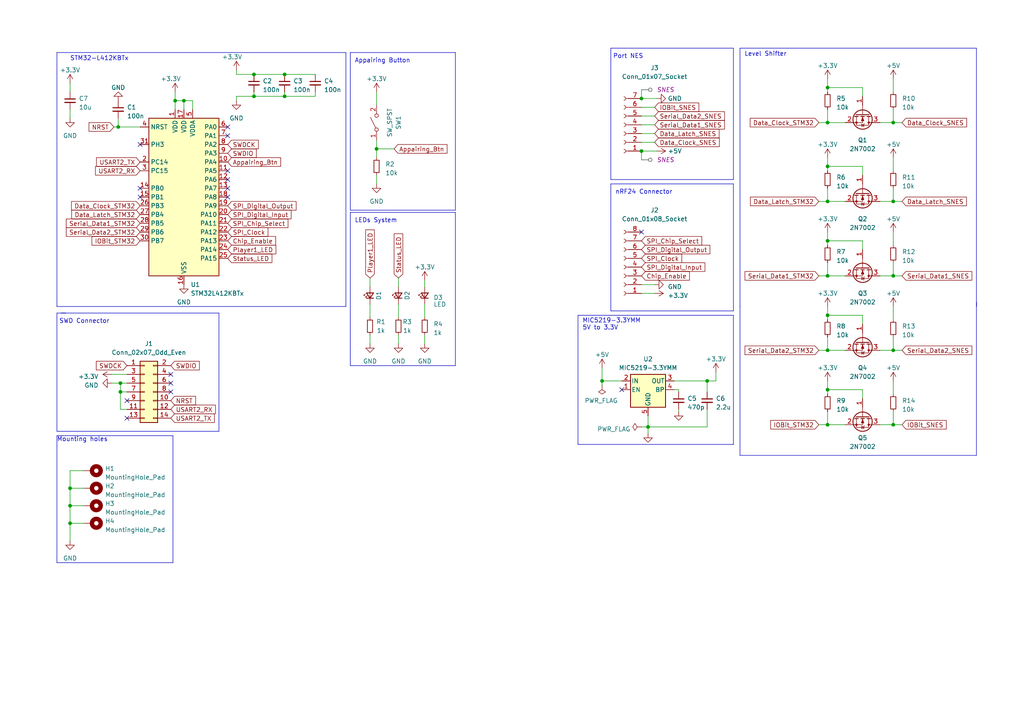
<source format=kicad_sch>
(kicad_sch (version 20230121) (generator eeschema)
  (paper "A4")
  (title_block (title "SNES Wireless Receiver (NRF24L01 Exclude)") (date "2023-04-20") (rev "2.1b") (company "ENSEA"))
  (lib_symbols
    (symbol "Connector:Conn_01x07_Socket" (pin_names (offset 1.016) hide)
      (property "Reference" "J" (at 0 10.16 0))
      (property "Value" "Conn_01x07_Socket" (at 0 -10.16 0))
      (symbol "Conn_01x07_Socket_1_1"
        (arc (start 0 -7.112) (mid -0.5058 -7.62) (end 0 -8.128) (stroke (width 0.1524)))
        (arc (start 0 -4.572) (mid -0.5058 -5.08) (end 0 -5.588) (stroke (width 0.1524)))
        (arc (start 0 -2.032) (mid -0.5058 -2.54) (end 0 -3.048) (stroke (width 0.1524)))
        (polyline (pts (xy -1.27 -7.62) (xy -0.508 -7.62)) (stroke (width 0.1524)))
        (polyline (pts (xy -1.27 -5.08) (xy -0.508 -5.08)) (stroke (width 0.1524)))
        (polyline (pts (xy -1.27 -2.54) (xy -0.508 -2.54)) (stroke (width 0.1524)))
        (polyline (pts (xy -1.27 0) (xy -0.508 0)) (stroke (width 0.1524)))
        (polyline (pts (xy -1.27 2.54) (xy -0.508 2.54)) (stroke (width 0.1524)))
        (polyline (pts (xy -1.27 5.08) (xy -0.508 5.08)) (stroke (width 0.1524)))
        (polyline (pts (xy -1.27 7.62) (xy -0.508 7.62)) (stroke (width 0.1524)))
        (arc (start 0 0.508) (mid -0.5058 0) (end 0 -0.508) (stroke (width 0.1524)))
        (arc (start 0 3.048) (mid -0.5058 2.54) (end 0 2.032) (stroke (width 0.1524)))
        (arc (start 0 5.588) (mid -0.5058 5.08) (end 0 4.572) (stroke (width 0.1524)))
        (arc (start 0 8.128) (mid -0.5058 7.62) (end 0 7.112) (stroke (width 0.1524)))
        (pin passive line (at -5.08 7.62 0) (length 3.81) (name "Pin_1") (number "1"))
        (pin passive line (at -5.08 5.08 0) (length 3.81) (name "Pin_2") (number "2"))
        (pin passive line (at -5.08 2.54 0) (length 3.81) (name "Pin_3") (number "3"))
        (pin passive line (at -5.08 0 0) (length 3.81) (name "Pin_4") (number "4"))
        (pin passive line (at -5.08 -2.54 0) (length 3.81) (name "Pin_5") (number "5"))
        (pin passive line (at -5.08 -5.08 0) (length 3.81) (name "Pin_6") (number "6"))
        (pin passive line (at -5.08 -7.62 0) (length 3.81) (name "Pin_7") (number "7"))
      )
    )
    (symbol "Connector:Conn_01x08_Socket" (pin_names (offset 1.016) hide)
      (property "Reference" "J" (at 0 10.16 0))
      (property "Value" "Conn_01x08_Socket" (at 0 -12.7 0))
      (symbol "Conn_01x08_Socket_1_1"
        (arc (start 0 -9.652) (mid -0.5058 -10.16) (end 0 -10.668) (stroke (width 0.1524)))
        (arc (start 0 -7.112) (mid -0.5058 -7.62) (end 0 -8.128) (stroke (width 0.1524)))
        (arc (start 0 -4.572) (mid -0.5058 -5.08) (end 0 -5.588) (stroke (width 0.1524)))
        (arc (start 0 -2.032) (mid -0.5058 -2.54) (end 0 -3.048) (stroke (width 0.1524)))
        (polyline (pts (xy -1.27 -10.16) (xy -0.508 -10.16)) (stroke (width 0.1524)))
        (polyline (pts (xy -1.27 -7.62) (xy -0.508 -7.62)) (stroke (width 0.1524)))
        (polyline (pts (xy -1.27 -5.08) (xy -0.508 -5.08)) (stroke (width 0.1524)))
        (polyline (pts (xy -1.27 -2.54) (xy -0.508 -2.54)) (stroke (width 0.1524)))
        (polyline (pts (xy -1.27 0) (xy -0.508 0)) (stroke (width 0.1524)))
        (polyline (pts (xy -1.27 2.54) (xy -0.508 2.54)) (stroke (width 0.1524)))
        (polyline (pts (xy -1.27 5.08) (xy -0.508 5.08)) (stroke (width 0.1524)))
        (polyline (pts (xy -1.27 7.62) (xy -0.508 7.62)) (stroke (width 0.1524)))
        (arc (start 0 0.508) (mid -0.5058 0) (end 0 -0.508) (stroke (width 0.1524)))
        (arc (start 0 3.048) (mid -0.5058 2.54) (end 0 2.032) (stroke (width 0.1524)))
        (arc (start 0 5.588) (mid -0.5058 5.08) (end 0 4.572) (stroke (width 0.1524)))
        (arc (start 0 8.128) (mid -0.5058 7.62) (end 0 7.112) (stroke (width 0.1524)))
        (pin passive line (at -5.08 7.62 0) (length 3.81) (name "Pin_1") (number "1"))
        (pin passive line (at -5.08 5.08 0) (length 3.81) (name "Pin_2") (number "2"))
        (pin passive line (at -5.08 2.54 0) (length 3.81) (name "Pin_3") (number "3"))
        (pin passive line (at -5.08 0 0) (length 3.81) (name "Pin_4") (number "4"))
        (pin passive line (at -5.08 -2.54 0) (length 3.81) (name "Pin_5") (number "5"))
        (pin passive line (at -5.08 -5.08 0) (length 3.81) (name "Pin_6") (number "6"))
        (pin passive line (at -5.08 -7.62 0) (length 3.81) (name "Pin_7") (number "7"))
        (pin passive line (at -5.08 -10.16 0) (length 3.81) (name "Pin_8") (number "8"))
      )
    )
    (symbol "Connector_Generic:Conn_02x07_Odd_Even" (pin_names (offset 1.016) hide)
      (property "Reference" "J" (at 1.27 10.16 0))
      (property "Value" "Conn_02x07_Odd_Even" (at 1.27 -10.16 0))
      (symbol "Conn_02x07_Odd_Even_1_1"
        (rectangle (start -1.27 -7.493) (end 0 -7.747) (stroke (width 0.1524)))
        (rectangle (start -1.27 -4.953) (end 0 -5.207) (stroke (width 0.1524)))
        (rectangle (start -1.27 -2.413) (end 0 -2.667) (stroke (width 0.1524)))
        (rectangle (start -1.27 0.127) (end 0 -0.127) (stroke (width 0.1524)))
        (rectangle (start -1.27 2.667) (end 0 2.413) (stroke (width 0.1524)))
        (rectangle (start -1.27 5.207) (end 0 4.953) (stroke (width 0.1524)))
        (rectangle (start -1.27 7.747) (end 0 7.493) (stroke (width 0.1524)))
        (rectangle (start -1.27 8.89) (end 3.81 -8.89) (stroke (width 0.254)) (fill (type background)))
        (rectangle (start 3.81 -7.493) (end 2.54 -7.747) (stroke (width 0.1524)))
        (rectangle (start 3.81 -4.953) (end 2.54 -5.207) (stroke (width 0.1524)))
        (rectangle (start 3.81 -2.413) (end 2.54 -2.667) (stroke (width 0.1524)))
        (rectangle (start 3.81 0.127) (end 2.54 -0.127) (stroke (width 0.1524)))
        (rectangle (start 3.81 2.667) (end 2.54 2.413) (stroke (width 0.1524)))
        (rectangle (start 3.81 5.207) (end 2.54 4.953) (stroke (width 0.1524)))
        (rectangle (start 3.81 7.747) (end 2.54 7.493) (stroke (width 0.1524)))
        (pin passive line (at -5.08 7.62 0) (length 3.81) (name "Pin_1") (number "1"))
        (pin passive line (at 7.62 -2.54 180) (length 3.81) (name "Pin_10") (number "10"))
        (pin passive line (at -5.08 -5.08 0) (length 3.81) (name "Pin_11") (number "11"))
        (pin passive line (at 7.62 -5.08 180) (length 3.81) (name "Pin_12") (number "12"))
        (pin passive line (at -5.08 -7.62 0) (length 3.81) (name "Pin_13") (number "13"))
        (pin passive line (at 7.62 -7.62 180) (length 3.81) (name "Pin_14") (number "14"))
        (pin passive line (at 7.62 7.62 180) (length 3.81) (name "Pin_2") (number "2"))
        (pin passive line (at -5.08 5.08 0) (length 3.81) (name "Pin_3") (number "3"))
        (pin passive line (at 7.62 5.08 180) (length 3.81) (name "Pin_4") (number "4"))
        (pin passive line (at -5.08 2.54 0) (length 3.81) (name "Pin_5") (number "5"))
        (pin passive line (at 7.62 2.54 180) (length 3.81) (name "Pin_6") (number "6"))
        (pin passive line (at -5.08 0 0) (length 3.81) (name "Pin_7") (number "7"))
        (pin passive line (at 7.62 0 180) (length 3.81) (name "Pin_8") (number "8"))
        (pin passive line (at -5.08 -2.54 0) (length 3.81) (name "Pin_9") (number "9"))
      )
    )
    (symbol "Device:C_Small" (pin_numbers hide) (pin_names (offset 0.254) hide)
      (property "Reference" "C" (at 0.254 1.778 0))
      (property "Value" "C_Small" (at 0.254 -2.032 0))
      (symbol "C_Small_0_1"
        (polyline (pts (xy -1.524 -0.508) (xy 1.524 -0.508)) (stroke (width 0.3302)))
        (polyline (pts (xy -1.524 0.508) (xy 1.524 0.508)) (stroke (width 0.3048)))
      )
      (symbol "C_Small_1_1"
        (pin passive line (at 0 2.54 270) (length 2.032) (name "~") (number "1"))
        (pin passive line (at 0 -2.54 90) (length 2.032) (name "~") (number "2"))
      )
    )
    (symbol "Device:LED_Small" (pin_numbers hide) (pin_names (offset 0.254) hide)
      (property "Reference" "D" (at -1.27 3.175 0))
      (property "Value" "LED_Small" (at -4.445 -2.54 0))
      (symbol "LED_Small_0_1"
        (polyline (pts (xy -0.762 -1.016) (xy -0.762 1.016)) (stroke (width 0.254)))
        (polyline (pts (xy 1.016 0) (xy -0.762 0)))
        (polyline (pts (xy 0.762 -1.016) (xy -0.762 0) (xy 0.762 1.016) (xy 0.762 -1.016)) (stroke (width 0.254)))
        (polyline (pts (xy 0 0.762) (xy -0.508 1.27) (xy -0.254 1.27) (xy -0.508 1.27) (xy -0.508 1.016)))
        (polyline (pts (xy 0.508 1.27) (xy 0 1.778) (xy 0.254 1.778) (xy 0 1.778) (xy 0 1.524)))
      )
      (symbol "LED_Small_1_1"
        (pin passive line (at -2.54 0 0) (length 1.778) (name "K") (number "1"))
        (pin passive line (at 2.54 0 180) (length 1.778) (name "A") (number "2"))
      )
    )
    (symbol "Device:R_Small" (pin_numbers hide) (pin_names (offset 0.254) hide)
      (property "Reference" "R" (at 0.762 0.508 0))
      (property "Value" "R_Small" (at 0.762 -1.016 0))
      (symbol "R_Small_0_1"
        (rectangle (start -0.762 1.778) (end 0.762 -1.778) (stroke (width 0.2032)))
      )
      (symbol "R_Small_1_1"
        (pin passive line (at 0 2.54 270) (length 0.762) (name "~") (number "1"))
        (pin passive line (at 0 -2.54 90) (length 0.762) (name "~") (number "2"))
      )
    )
    (symbol "MCU_ST_STM32L4:STM32L412KBTx"
      (property "Reference" "U" (at -10.16 24.13 0))
      (property "Value" "STM32L412KBTx" (at 5.08 24.13 0))
      (symbol "STM32L412KBTx_0_1"
        (rectangle (start -10.16 -22.86) (end 10.16 22.86) (stroke (width 0.254)) (fill (type background)))
      )
      (symbol "STM32L412KBTx_1_1"
        (pin power_in line (at -2.54 25.4 270) (length 2.54) (name "VDD") (number "1"))
        (pin bidirectional line (at 12.7 10.16 180) (length 2.54) (name "PA4") (number "10"))
        (pin bidirectional line (at 12.7 7.62 180) (length 2.54) (name "PA5") (number "11"))
        (pin bidirectional line (at 12.7 5.08 180) (length 2.54) (name "PA6") (number "12"))
        (pin bidirectional line (at 12.7 2.54 180) (length 2.54) (name "PA7") (number "13"))
        (pin bidirectional line (at -12.7 2.54 0) (length 2.54) (name "PB0") (number "14"))
        (pin bidirectional line (at -12.7 0 0) (length 2.54) (name "PB1") (number "15"))
        (pin power_in line (at 0 -25.4 90) (length 2.54) (name "VSS") (number "16"))
        (pin power_in line (at 0 25.4 270) (length 2.54) (name "VDD") (number "17"))
        (pin bidirectional line (at 12.7 0 180) (length 2.54) (name "PA8") (number "18"))
        (pin bidirectional line (at 12.7 -2.54 180) (length 2.54) (name "PA9") (number "19"))
        (pin bidirectional line (at -12.7 10.16 0) (length 2.54) (name "PC14") (number "2"))
        (pin bidirectional line (at 12.7 -5.08 180) (length 2.54) (name "PA10") (number "20"))
        (pin bidirectional line (at 12.7 -7.62 180) (length 2.54) (name "PA11") (number "21"))
        (pin bidirectional line (at 12.7 -10.16 180) (length 2.54) (name "PA12") (number "22"))
        (pin bidirectional line (at 12.7 -12.7 180) (length 2.54) (name "PA13") (number "23"))
        (pin bidirectional line (at 12.7 -15.24 180) (length 2.54) (name "PA14") (number "24"))
        (pin bidirectional line (at 12.7 -17.78 180) (length 2.54) (name "PA15") (number "25"))
        (pin bidirectional line (at -12.7 -2.54 0) (length 2.54) (name "PB3") (number "26"))
        (pin bidirectional line (at -12.7 -5.08 0) (length 2.54) (name "PB4") (number "27"))
        (pin bidirectional line (at -12.7 -7.62 0) (length 2.54) (name "PB5") (number "28"))
        (pin bidirectional line (at -12.7 -10.16 0) (length 2.54) (name "PB6") (number "29"))
        (pin bidirectional line (at -12.7 7.62 0) (length 2.54) (name "PC15") (number "3"))
        (pin bidirectional line (at -12.7 -12.7 0) (length 2.54) (name "PB7") (number "30"))
        (pin bidirectional line (at -12.7 15.24 0) (length 2.54) (name "PH3") (number "31"))
        (pin passive line (at 0 -25.4 90) (length 2.54) hide (name "VSS") (number "32"))
        (pin input line (at -12.7 20.32 0) (length 2.54) (name "NRST") (number "4"))
        (pin power_in line (at 2.54 25.4 270) (length 2.54) (name "VDDA") (number "5"))
        (pin bidirectional line (at 12.7 20.32 180) (length 2.54) (name "PA0") (number "6"))
        (pin bidirectional line (at 12.7 17.78 180) (length 2.54) (name "PA1") (number "7"))
        (pin bidirectional line (at 12.7 15.24 180) (length 2.54) (name "PA2") (number "8"))
        (pin bidirectional line (at 12.7 12.7 180) (length 2.54) (name "PA3") (number "9"))
      )
    )
    (symbol "Mechanical:MountingHole_Pad" (pin_numbers hide) (pin_names (offset 1.016) hide)
      (property "Reference" "H" (at 0 6.35 0))
      (property "Value" "MountingHole_Pad" (at 0 4.445 0))
      (symbol "MountingHole_Pad_0_1"
        (circle (center 0 1.27) (radius 1.27) (stroke (width 1.27)))
      )
      (symbol "MountingHole_Pad_1_1"
        (pin input line (at 0 -2.54 90) (length 2.54) (name "1") (number "1"))
      )
    )
    (symbol "Regulator_Linear:MIC5219-3.3YMM" (pin_names (offset 0.254))
      (property "Reference" "U" (at -3.81 5.715 0))
      (property "Value" "MIC5219-3.3YMM" (at 0 5.715 0))
      (symbol "MIC5219-3.3YMM_0_1"
        (rectangle (start -5.08 4.445) (end 5.08 -5.08) (stroke (width 0.254)) (fill (type background)))
      )
      (symbol "MIC5219-3.3YMM_1_1"
        (pin input line (at -7.62 0 0) (length 2.54) (name "EN") (number "1"))
        (pin power_in line (at -7.62 2.54 0) (length 2.54) (name "IN") (number "2"))
        (pin power_out line (at 7.62 2.54 180) (length 2.54) (name "OUT") (number "3"))
        (pin input line (at 7.62 0 180) (length 2.54) (name "BP") (number "4"))
        (pin power_in line (at 0 -7.62 90) (length 2.54) (name "GND") (number "5"))
        (pin passive line (at 0 -7.62 90) (length 2.54) hide (name "GND") (number "6"))
        (pin passive line (at 0 -7.62 90) (length 2.54) hide (name "GND") (number "7"))
        (pin passive line (at 0 -7.62 90) (length 2.54) hide (name "GND") (number "8"))
      )
    )
    (symbol "Switch:SW_SPST" (pin_names (offset 0) hide)
      (property "Reference" "SW" (at 0 3.175 0))
      (property "Value" "SW_SPST" (at 0 -2.54 0))
      (symbol "SW_SPST_0_0"
        (circle (center -2.032 0) (radius 0.508))
        (polyline (pts (xy -1.524 0.254) (xy 1.524 1.778)))
        (circle (center 2.032 0) (radius 0.508))
      )
      (symbol "SW_SPST_1_1"
        (pin passive line (at -5.08 0 0) (length 2.54) (name "A") (number "1"))
        (pin passive line (at 5.08 0 180) (length 2.54) (name "B") (number "2"))
      )
    )
    (symbol "Transistor_FET:2N7002" (pin_names hide)
      (property "Reference" "Q" (at 5.08 1.905 0))
      (property "Value" "2N7002" (at 5.08 0 0))
      (symbol "2N7002_0_1"
        (polyline (pts (xy 0.254 0) (xy -2.54 0)))
        (polyline (pts (xy 0.254 1.905) (xy 0.254 -1.905)) (stroke (width 0.254)))
        (polyline (pts (xy 0.762 -1.27) (xy 0.762 -2.286)) (stroke (width 0.254)))
        (polyline (pts (xy 0.762 0.508) (xy 0.762 -0.508)) (stroke (width 0.254)))
        (polyline (pts (xy 0.762 2.286) (xy 0.762 1.27)) (stroke (width 0.254)))
        (polyline (pts (xy 2.54 2.54) (xy 2.54 1.778)))
        (polyline (pts (xy 2.54 -2.54) (xy 2.54 0) (xy 0.762 0)))
        (polyline (pts (xy 0.762 -1.778) (xy 3.302 -1.778) (xy 3.302 1.778) (xy 0.762 1.778)))
        (polyline (pts (xy 1.016 0) (xy 2.032 0.381) (xy 2.032 -0.381) (xy 1.016 0)) (fill (type outline)))
        (polyline (pts (xy 2.794 0.508) (xy 2.921 0.381) (xy 3.683 0.381) (xy 3.81 0.254)))
        (polyline (pts (xy 3.302 0.381) (xy 2.921 -0.254) (xy 3.683 -0.254) (xy 3.302 0.381)))
        (circle (center 1.651 0) (radius 2.794) (stroke (width 0.254)))
        (circle (center 2.54 -1.778) (radius 0.254) (fill (type outline)))
        (circle (center 2.54 1.778) (radius 0.254) (fill (type outline)))
      )
      (symbol "2N7002_1_1"
        (pin input line (at -5.08 0 0) (length 2.54) (name "G") (number "1"))
        (pin passive line (at 2.54 -5.08 90) (length 2.54) (name "S") (number "2"))
        (pin passive line (at 2.54 5.08 270) (length 2.54) (name "D") (number "3"))
      )
    )
    (symbol "power:+3.3V" (power) (pin_names (offset 0))
      (property "Value" "+3.3V" (at 0 3.556 0))
      (symbol "+3.3V_0_1"
        (polyline (pts (xy -0.762 1.27) (xy 0 2.54)))
        (polyline (pts (xy 0 0) (xy 0 2.54)))
        (polyline (pts (xy 0 2.54) (xy 0.762 1.27)))
      )
      (symbol "+3.3V_1_1"
        (pin power_in line (at 0 0 90) (length 0) hide (name "+3.3V") (number "1"))
      )
    )
    (symbol "power:+5V" (power) (pin_names (offset 0))
      (property "Value" "+5V" (at 0 3.556 0))
      (symbol "+5V_0_1"
        (polyline (pts (xy -0.762 1.27) (xy 0 2.54)))
        (polyline (pts (xy 0 0) (xy 0 2.54)))
        (polyline (pts (xy 0 2.54) (xy 0.762 1.27)))
      )
      (symbol "+5V_1_1"
        (pin power_in line (at 0 0 90) (length 0) hide (name "+5V") (number "1"))
      )
    )
    (symbol "power:GND" (power) (pin_names (offset 0))
      (property "Value" "GND" (at 0 -3.81 0))
      (symbol "GND_0_1"
        (polyline (pts (xy 0 0) (xy 0 -1.27) (xy 1.27 -1.27) (xy 0 -2.54) (xy -1.27 -1.27) (xy 0 -1.27)))
      )
      (symbol "GND_1_1"
        (pin power_in line (at 0 0 270) (length 0) hide (name "GND") (number "1"))
      )
    )
    (symbol "power:PWR_FLAG" (power) (pin_numbers hide) (pin_names (offset 0) hide)
      (property "Value" "PWR_FLAG" (at 0 3.81 0))
      (symbol "PWR_FLAG_0_0"
        (pin power_out line (at 0 0 90) (length 0) (name "pwr") (number "1"))
      )
      (symbol "PWR_FLAG_0_1"
        (polyline (pts (xy 0 0) (xy 0 1.27) (xy -1.016 1.905) (xy 0 2.54) (xy 1.016 1.905) (xy 0 1.27)))
      )
    )
  )
  (junction (at 34.925 111.125))
  (junction (at 109.22 43.18))
  (junction (at 186.055 28.575))
  (junction (at 259.08 80.01))
  (junction (at 82.55 27.94))
  (junction (at 240.03 101.6))
  (junction (at 174.625 110.49))
  (junction (at 82.55 21.59))
  (junction (at 240.03 113.03))
  (junction (at 34.29 36.83))
  (junction (at 240.03 69.85))
  (junction (at 73.66 27.94))
  (junction (at 73.66 21.59))
  (junction (at 187.96 123.825))
  (junction (at 259.08 101.6))
  (junction (at 20.32 141.605))
  (junction (at 20.32 151.765))
  (junction (at 259.08 123.19))
  (junction (at 240.03 91.44))
  (junction (at 20.32 146.685))
  (junction (at 240.03 35.56))
  (junction (at 259.08 58.42))
  (junction (at 240.03 80.01))
  (junction (at 259.08 35.56))
  (junction (at 53.34 29.21))
  (junction (at 240.03 123.19))
  (junction (at 240.03 48.26))
  (junction (at 205.105 110.49))
  (junction (at 240.03 58.42))
  (junction (at 34.925 113.665))
  (junction (at 240.03 25.4))
  (junction (at 186.055 43.815))
  (junction (at 50.8 29.21))
  (no_connect (at 180.34 113.03))
  (no_connect (at 36.83 121.285))
  (no_connect (at 66.04 52.07))
  (no_connect (at 66.04 39.37))
  (no_connect (at 66.04 57.15))
  (no_connect (at 186.055 67.31))
  (no_connect (at 49.53 108.585))
  (no_connect (at 49.53 111.125))
  (no_connect (at 40.64 54.61))
  (no_connect (at 36.83 116.205))
  (no_connect (at 40.64 57.15))
  (no_connect (at 40.64 41.91))
  (no_connect (at 66.04 54.61))
  (no_connect (at 66.04 49.53))
  (no_connect (at 66.04 36.83))
  (no_connect (at 49.53 113.665))
  (wire (pts (xy 205.105 118.745) (xy 205.105 123.825)))
  (wire (pts (xy 115.57 80.645) (xy 115.57 83.185)))
  (polyline (pts (xy 283.21 132.08) (xy 283.21 87.63)))
  (wire (pts (xy 259.08 101.6) (xy 259.08 97.79)))
  (wire (pts (xy 187.96 120.65) (xy 187.96 123.825)))
  (wire (pts (xy 255.27 58.42) (xy 259.08 58.42)))
  (polyline (pts (xy 16.51 126.365) (xy 16.51 163.195)))
  (wire (pts (xy 189.865 31.115) (xy 186.055 31.115)))
  (wire (pts (xy 20.32 136.525) (xy 20.32 141.605)))
  (polyline (pts (xy 177.165 52.07) (xy 212.725 52.07)))
  (wire (pts (xy 250.19 93.98) (xy 250.19 91.44)))
  (wire (pts (xy 250.19 50.8) (xy 250.19 48.26)))
  (wire (pts (xy 196.85 113.03) (xy 196.85 113.665)))
  (polyline (pts (xy 177.165 13.97) (xy 177.165 52.07)))
  (wire (pts (xy 123.19 88.265) (xy 123.19 92.075)))
  (wire (pts (xy 34.925 111.125) (xy 32.385 111.125)))
  (wire (pts (xy 259.08 22.86) (xy 259.08 26.67)))
  (wire (pts (xy 237.49 101.6) (xy 240.03 101.6)))
  (wire (pts (xy 259.08 45.72) (xy 259.08 49.53)))
  (wire (pts (xy 255.27 101.6) (xy 259.08 101.6)))
  (wire (pts (xy 174.625 106.68) (xy 174.625 110.49)))
  (polyline (pts (xy 100.33 88.9) (xy 100.33 15.24)))
  (wire (pts (xy 20.32 146.685) (xy 24.13 146.685)))
  (wire (pts (xy 186.055 46.355) (xy 186.055 43.815)))
  (wire (pts (xy 259.08 80.01) (xy 259.08 76.2)))
  (polyline (pts (xy 214.63 132.08) (xy 283.21 132.08)))
  (wire (pts (xy 259.08 101.6) (xy 261.62 101.6)))
  (wire (pts (xy 123.19 97.155) (xy 123.19 99.695)))
  (wire (pts (xy 240.03 113.03) (xy 240.03 114.3)))
  (wire (pts (xy 107.315 97.155) (xy 107.315 99.695)))
  (wire (pts (xy 109.22 40.64) (xy 109.22 43.18)))
  (wire (pts (xy 82.55 21.59) (xy 91.44 21.59)))
  (wire (pts (xy 55.88 29.21) (xy 53.34 29.21)))
  (wire (pts (xy 250.19 72.39) (xy 250.19 69.85)))
  (wire (pts (xy 180.34 110.49) (xy 174.625 110.49)))
  (polyline (pts (xy 63.5 125.095) (xy 63.5 90.805)))
  (polyline (pts (xy 215.9 13.97) (xy 283.21 13.97)))
  (wire (pts (xy 53.34 29.21) (xy 50.8 29.21)))
  (wire (pts (xy 20.32 141.605) (xy 20.32 146.685)))
  (wire (pts (xy 174.625 110.49) (xy 174.625 111.76)))
  (polyline (pts (xy 177.165 53.34) (xy 212.725 53.34)))
  (wire (pts (xy 240.03 97.79) (xy 240.03 101.6)))
  (polyline (pts (xy 167.64 128.905) (xy 212.725 128.905)))
  (wire (pts (xy 205.105 113.665) (xy 205.105 110.49)))
  (polyline (pts (xy 50.165 163.195) (xy 50.165 126.365)))
  (wire (pts (xy 109.22 50.8) (xy 109.22 53.34)))
  (wire (pts (xy 34.925 111.125) (xy 34.925 113.665)))
  (wire (pts (xy 24.13 136.525) (xy 20.32 136.525)))
  (wire (pts (xy 237.49 123.19) (xy 240.03 123.19)))
  (wire (pts (xy 20.32 151.765) (xy 20.32 156.845)))
  (wire (pts (xy 73.66 21.59) (xy 82.55 21.59)))
  (wire (pts (xy 255.27 35.56) (xy 259.08 35.56)))
  (wire (pts (xy 107.315 88.265) (xy 107.315 92.075)))
  (wire (pts (xy 240.03 110.49) (xy 240.03 113.03)))
  (wire (pts (xy 115.57 88.265) (xy 115.57 92.075)))
  (polyline (pts (xy 212.725 90.17) (xy 212.725 53.34)))
  (wire (pts (xy 73.66 27.94) (xy 68.58 27.94)))
  (wire (pts (xy 259.08 123.19) (xy 261.62 123.19)))
  (wire (pts (xy 186.055 82.55) (xy 189.865 82.55)))
  (wire (pts (xy 240.03 69.85) (xy 250.19 69.85)))
  (wire (pts (xy 240.03 69.85) (xy 240.03 71.12)))
  (polyline (pts (xy 101.6 60.96) (xy 132.08 60.96)))
  (wire (pts (xy 240.03 31.75) (xy 240.03 35.56)))
  (polyline (pts (xy 16.51 125.095) (xy 63.5 125.095)))
  (wire (pts (xy 186.055 36.195) (xy 189.865 36.195)))
  (wire (pts (xy 240.03 25.4) (xy 250.19 25.4)))
  (wire (pts (xy 34.925 113.665) (xy 36.83 113.665)))
  (wire (pts (xy 240.03 48.26) (xy 240.03 49.53)))
  (wire (pts (xy 259.08 123.19) (xy 259.08 119.38)))
  (wire (pts (xy 250.19 115.57) (xy 250.19 113.03)))
  (wire (pts (xy 186.055 28.575) (xy 190.5 28.575)))
  (wire (pts (xy 207.645 110.49) (xy 205.105 110.49)))
  (polyline (pts (xy 16.51 15.24) (xy 100.33 15.24)))
  (wire (pts (xy 240.03 54.61) (xy 240.03 58.42)))
  (polyline (pts (xy 214.63 13.97) (xy 214.63 88.9)))
  (wire (pts (xy 237.49 35.56) (xy 240.03 35.56)))
  (wire (pts (xy 20.32 146.685) (xy 20.32 151.765)))
  (wire (pts (xy 34.925 113.665) (xy 34.925 118.745)))
  (wire (pts (xy 20.32 141.605) (xy 24.13 141.605)))
  (wire (pts (xy 195.58 110.49) (xy 205.105 110.49)))
  (wire (pts (xy 55.88 31.75) (xy 55.88 29.21)))
  (wire (pts (xy 207.645 107.95) (xy 207.645 110.49)))
  (wire (pts (xy 186.055 41.275) (xy 189.865 41.275)))
  (wire (pts (xy 186.055 123.825) (xy 187.96 123.825)))
  (wire (pts (xy 68.58 27.94) (xy 68.58 29.21)))
  (polyline (pts (xy 167.64 91.44) (xy 167.64 128.905)))
  (wire (pts (xy 187.96 123.825) (xy 205.105 123.825)))
  (wire (pts (xy 240.03 80.01) (xy 245.11 80.01)))
  (wire (pts (xy 240.03 67.31) (xy 240.03 69.85)))
  (polyline (pts (xy 63.5 90.805) (xy 17.78 90.805)))
  (polyline (pts (xy 283.21 88.9) (xy 283.21 13.97)))
  (wire (pts (xy 109.22 26.67) (xy 109.22 30.48)))
  (wire (pts (xy 20.32 31.75) (xy 20.32 34.29)))
  (polyline (pts (xy 101.6 15.24) (xy 101.6 60.96)))
  (polyline (pts (xy 101.6 61.595) (xy 101.6 106.045)))
  (wire (pts (xy 33.02 36.83) (xy 34.29 36.83)))
  (wire (pts (xy 259.08 80.01) (xy 261.62 80.01)))
  (wire (pts (xy 123.19 81.28) (xy 123.19 83.185)))
  (polyline (pts (xy 16.51 92.075) (xy 16.51 125.095)))
  (polyline (pts (xy 212.725 52.07) (xy 212.725 13.97)))
  (polyline (pts (xy 101.6 106.045) (xy 132.08 106.045)))
  (wire (pts (xy 240.03 119.38) (xy 240.03 123.19)))
  (wire (pts (xy 186.055 38.735) (xy 189.865 38.735)))
  (wire (pts (xy 240.03 123.19) (xy 245.11 123.19)))
  (wire (pts (xy 34.925 111.125) (xy 36.83 111.125)))
  (polyline (pts (xy 132.08 106.045) (xy 132.08 61.595)))
  (wire (pts (xy 240.03 91.44) (xy 250.19 91.44)))
  (polyline (pts (xy 16.51 90.805) (xy 16.51 92.075)))
  (wire (pts (xy 50.8 29.21) (xy 50.8 26.67)))
  (polyline (pts (xy 132.08 60.96) (xy 132.08 15.24)))
  (wire (pts (xy 34.925 118.745) (xy 36.83 118.745)))
  (polyline (pts (xy 16.51 126.365) (xy 50.165 126.365)))
  (wire (pts (xy 195.58 113.03) (xy 196.85 113.03)))
  (wire (pts (xy 186.055 85.09) (xy 189.865 85.09)))
  (wire (pts (xy 186.055 26.035) (xy 186.055 28.575)))
  (polyline (pts (xy 177.165 53.34) (xy 177.165 90.17)))
  (wire (pts (xy 50.8 29.21) (xy 50.8 31.75)))
  (wire (pts (xy 240.03 58.42) (xy 245.11 58.42)))
  (wire (pts (xy 255.27 80.01) (xy 259.08 80.01)))
  (polyline (pts (xy 167.64 91.44) (xy 212.725 91.44)))
  (wire (pts (xy 107.315 80.645) (xy 107.315 83.185)))
  (wire (pts (xy 240.03 25.4) (xy 240.03 26.67)))
  (wire (pts (xy 20.32 151.765) (xy 24.13 151.765)))
  (wire (pts (xy 237.49 80.01) (xy 240.03 80.01)))
  (polyline (pts (xy 177.165 90.17) (xy 212.725 90.17)))
  (polyline (pts (xy 16.51 15.24) (xy 16.51 88.9)))
  (wire (pts (xy 73.66 27.94) (xy 82.55 27.94)))
  (wire (pts (xy 82.55 27.94) (xy 82.55 26.67)))
  (wire (pts (xy 255.27 123.19) (xy 259.08 123.19)))
  (polyline (pts (xy 214.63 13.97) (xy 215.9 13.97)))
  (wire (pts (xy 73.66 21.59) (xy 68.58 21.59)))
  (wire (pts (xy 250.19 27.94) (xy 250.19 25.4)))
  (polyline (pts (xy 16.51 163.195) (xy 50.165 163.195)))
  (wire (pts (xy 20.32 24.13) (xy 20.32 26.67)))
  (wire (pts (xy 240.03 91.44) (xy 240.03 92.71)))
  (wire (pts (xy 34.29 34.29) (xy 34.29 36.83)))
  (polyline (pts (xy 16.51 88.9) (xy 100.33 88.9)))
  (wire (pts (xy 53.34 31.75) (xy 53.34 29.21)))
  (wire (pts (xy 259.08 58.42) (xy 261.62 58.42)))
  (wire (pts (xy 240.03 101.6) (xy 245.11 101.6)))
  (wire (pts (xy 91.44 27.94) (xy 91.44 26.67)))
  (wire (pts (xy 240.03 48.26) (xy 250.19 48.26)))
  (wire (pts (xy 73.66 27.94) (xy 73.66 26.67)))
  (wire (pts (xy 259.08 35.56) (xy 261.62 35.56)))
  (wire (pts (xy 36.83 108.585) (xy 32.385 108.585)))
  (wire (pts (xy 82.55 27.94) (xy 91.44 27.94)))
  (polyline (pts (xy 212.725 128.905) (xy 212.725 91.44)))
  (wire (pts (xy 240.03 88.9) (xy 240.03 91.44)))
  (wire (pts (xy 259.08 88.9) (xy 259.08 92.71)))
  (wire (pts (xy 237.49 58.42) (xy 240.03 58.42)))
  (wire (pts (xy 115.57 97.155) (xy 115.57 99.695)))
  (wire (pts (xy 259.08 35.56) (xy 259.08 31.75)))
  (wire (pts (xy 240.03 76.2) (xy 240.03 80.01)))
  (polyline (pts (xy 214.63 88.9) (xy 214.63 132.08)))
  (wire (pts (xy 189.865 33.655) (xy 186.055 33.655)))
  (wire (pts (xy 196.85 118.745) (xy 196.85 119.38)))
  (wire (pts (xy 240.03 22.86) (xy 240.03 25.4)))
  (polyline (pts (xy 16.51 90.805) (xy 19.05 90.805)))
  (wire (pts (xy 109.22 43.18) (xy 114.3 43.18)))
  (wire (pts (xy 240.03 35.56) (xy 245.11 35.56)))
  (wire (pts (xy 109.22 43.18) (xy 109.22 45.72)))
  (polyline (pts (xy 177.165 13.97) (xy 212.725 13.97)))
  (wire (pts (xy 259.08 58.42) (xy 259.08 54.61)))
  (wire (pts (xy 68.58 21.59) (xy 68.58 20.32)))
  (wire (pts (xy 186.055 43.815) (xy 190.5 43.815)))
  (polyline (pts (xy 101.6 61.595) (xy 132.08 61.595)))
  (wire (pts (xy 240.03 45.72) (xy 240.03 48.26)))
  (wire (pts (xy 34.29 36.83) (xy 40.64 36.83)))
  (wire (pts (xy 240.03 113.03) (xy 250.19 113.03)))
  (polyline (pts (xy 101.6 15.24) (xy 132.08 15.24)))
  (wire (pts (xy 187.96 123.825) (xy 187.96 125.73)))
  (wire (pts (xy 259.08 110.49) (xy 259.08 114.3)))
  (wire (pts (xy 259.08 67.31) (xy 259.08 71.12)))
  (text "MIC5219-3.3YMM\n5V to 3.3V" (at 168.91 95.885 0) (effects (font (size 1.27 1.27)) (justify left bottom)))
  (text "Appairing Button\n" (at 102.87 18.415 0) (effects (font (size 1.27 1.27)) (justify left bottom)))
  (text "Mounting holes\n" (at 16.51 128.27 0) (effects (font (size 1.27 1.27)) (justify left bottom)))
  (text "Level Shifter\n" (at 215.9 16.51 0) (effects (font (size 1.27 1.27)) (justify left bottom)))
  (text "nRF24 Connector" (at 178.435 56.515 0) (effects (font (size 1.27 1.27)) (justify left bottom)))
  (text "Port NES\n" (at 177.8 17.145 0) (effects (font (size 1.27 1.27)) (justify left bottom)))
  (text "LEDs System" (at 102.87 64.77 0) (effects (font (size 1.27 1.27)) (justify left bottom)))
  (text "SWD Connector" (at 17.145 93.98 0) (effects (font (size 1.27 1.27)) (justify left bottom)))
  (text "STM32-L412KBTx\n" (at 20.32 17.78 0) (effects (font (size 1.27 1.27)) (justify left bottom)))
  (global_label "USART2_RX" (shape input) (at 40.64 49.53 180) (property "Intersheetrefs" "${INTERSHEET_REFS}" (effects hide)))
  (global_label "Chip_Enable" (shape input) (at 186.055 80.01 0) (property "Intersheetrefs" "${INTERSHEET_REFS}" (effects hide)))
  (global_label "SPI_Digital_Output" (shape input) (at 66.04 59.69 0) (property "Intersheetrefs" "${INTERSHEET_REFS}" (effects hide)))
  (global_label "Serial_Data1_STM32" (shape input) (at 40.64 64.77 180) (property "Intersheetrefs" "${INTERSHEET_REFS}" (effects hide)))
  (global_label "Data_Clock_STM32" (shape input) (at 237.49 35.56 180) (property "Intersheetrefs" "${INTERSHEET_REFS}" (effects hide)))
  (global_label "Serial_Data1_SNES" (shape input) (at 261.62 80.01 0) (property "Intersheetrefs" "${INTERSHEET_REFS}" (effects hide)))
  (global_label "SPI_Digital_Input" (shape input) (at 186.055 77.47 0) (property "Intersheetrefs" "${INTERSHEET_REFS}" (effects hide)))
  (global_label "Data_Clock_SNES" (shape input) (at 189.865 41.275 0) (property "Intersheetrefs" "${INTERSHEET_REFS}" (effects hide)))
  (global_label "Chip_Enable" (shape input) (at 66.04 69.85 0) (property "Intersheetrefs" "${INTERSHEET_REFS}" (effects hide)))
  (global_label "Data_Clock_STM32" (shape input) (at 40.64 59.69 180) (property "Intersheetrefs" "${INTERSHEET_REFS}" (effects hide)))
  (global_label "USART2_TX" (shape input) (at 40.64 46.99 180) (property "Intersheetrefs" "${INTERSHEET_REFS}" (effects hide)))
  (global_label "SWDCK" (shape input) (at 66.04 41.91 0) (property "Intersheetrefs" "${INTERSHEET_REFS}" (effects hide)))
  (global_label "Status_LED" (shape input) (at 66.04 74.93 0) (property "Intersheetrefs" "${INTERSHEET_REFS}" (effects hide)))
  (global_label "Data_Latch_STM32" (shape input) (at 237.49 58.42 180) (property "Intersheetrefs" "${INTERSHEET_REFS}" (effects hide)))
  (global_label "Serial_Data1_STM32" (shape input) (at 237.49 80.01 180) (property "Intersheetrefs" "${INTERSHEET_REFS}" (effects hide)))
  (global_label "Player1_LED" (shape input) (at 66.04 72.39 0) (property "Intersheetrefs" "${INTERSHEET_REFS}" (effects hide)))
  (global_label "Data_Clock_SNES" (shape input) (at 261.62 35.56 0) (property "Intersheetrefs" "${INTERSHEET_REFS}" (effects hide)))
  (global_label "USART2_RX" (shape input) (at 49.53 118.745 0) (property "Intersheetrefs" "${INTERSHEET_REFS}" (effects hide)))
  (global_label "IOBit_STM32" (shape input) (at 237.49 123.19 180) (property "Intersheetrefs" "${INTERSHEET_REFS}" (effects hide)))
  (global_label "Data_Latch_SNES" (shape input) (at 261.62 58.42 0) (property "Intersheetrefs" "${INTERSHEET_REFS}" (effects hide)))
  (global_label "SPI_Digital_Input" (shape input) (at 66.04 62.23 0) (property "Intersheetrefs" "${INTERSHEET_REFS}" (effects hide)))
  (global_label "Status_LED" (shape input) (at 115.57 80.645 90) (property "Intersheetrefs" "${INTERSHEET_REFS}" (effects hide)))
  (global_label "SPI_Clock" (shape input) (at 186.055 74.93 0) (property "Intersheetrefs" "${INTERSHEET_REFS}" (effects hide)))
  (global_label "Serial_Data1_SNES" (shape input) (at 189.865 36.195 0) (property "Intersheetrefs" "${INTERSHEET_REFS}" (effects hide)))
  (global_label "Serial_Data2_SNES" (shape input) (at 189.865 33.655 0) (property "Intersheetrefs" "${INTERSHEET_REFS}" (effects hide)))
  (global_label "SWDIO" (shape input) (at 66.04 44.45 0) (property "Intersheetrefs" "${INTERSHEET_REFS}" (effects hide)))
  (global_label "IOBit_STM32" (shape input) (at 40.64 69.85 180) (property "Intersheetrefs" "${INTERSHEET_REFS}" (effects hide)))
  (global_label "Data_Latch_STM32" (shape input) (at 40.64 62.23 180) (property "Intersheetrefs" "${INTERSHEET_REFS}" (effects hide)))
  (global_label "USART2_TX" (shape input) (at 49.53 121.285 0) (property "Intersheetrefs" "${INTERSHEET_REFS}" (effects hide)))
  (global_label "SPI_Chip_Select" (shape input) (at 186.055 69.85 0) (property "Intersheetrefs" "${INTERSHEET_REFS}" (effects hide)))
  (global_label "Serial_Data2_SNES" (shape input) (at 261.62 101.6 0) (property "Intersheetrefs" "${INTERSHEET_REFS}" (effects hide)))
  (global_label "IOBit_SNES" (shape input) (at 189.865 31.115 0) (property "Intersheetrefs" "${INTERSHEET_REFS}" (effects hide)))
  (global_label "SPI_Chip_Select" (shape input) (at 66.04 64.77 0) (property "Intersheetrefs" "${INTERSHEET_REFS}" (effects hide)))
  (global_label "SPI_Clock" (shape input) (at 66.04 67.31 0) (property "Intersheetrefs" "${INTERSHEET_REFS}" (effects hide)))
  (global_label "SPI_Digital_Output" (shape input) (at 186.055 72.39 0) (property "Intersheetrefs" "${INTERSHEET_REFS}" (effects hide)))
  (global_label "SWDCK" (shape input) (at 36.83 106.045 180) (property "Intersheetrefs" "${INTERSHEET_REFS}" (effects hide)))
  (global_label "Player1_LED" (shape input) (at 107.315 80.645 90) (property "Intersheetrefs" "${INTERSHEET_REFS}" (effects hide)))
  (global_label "Serial_Data2_STM32" (shape input) (at 237.49 101.6 180) (property "Intersheetrefs" "${INTERSHEET_REFS}" (effects hide)))
  (global_label "NRST" (shape input) (at 49.53 116.205 0) (property "Intersheetrefs" "${INTERSHEET_REFS}" (effects hide)))
  (global_label "Appairing_Btn" (shape input) (at 114.3 43.18 0) (property "Intersheetrefs" "${INTERSHEET_REFS}" (effects hide)))
  (global_label "Data_Latch_SNES" (shape input) (at 189.865 38.735 0) (property "Intersheetrefs" "${INTERSHEET_REFS}" (effects hide)))
  (global_label "IOBit_SNES" (shape input) (at 261.62 123.19 0) (property "Intersheetrefs" "${INTERSHEET_REFS}" (effects hide)))
  (global_label "Appairing_Btn" (shape input) (at 66.04 46.99 0) (property "Intersheetrefs" "${INTERSHEET_REFS}" (effects hide)))
  (global_label "Serial_Data2_STM32" (shape input) (at 40.64 67.31 180) (property "Intersheetrefs" "${INTERSHEET_REFS}" (effects hide)))
  (global_label "NRST" (shape input) (at 33.02 36.83 180) (property "Intersheetrefs" "${INTERSHEET_REFS}" (effects hide)))
  (global_label "SWDIO" (shape input) (at 49.53 106.045 0) (property "Intersheetrefs" "${INTERSHEET_REFS}" (effects hide)))
  (netclass_flag "" (length 2.54) (shape round) (at 186.055 46.355 270) (property "Netclass" "SNES" (at 195.58 46.355 0) (effects (font italic) (justify right))))
  (netclass_flag "" (length 2.54) (shape round) (at 186.055 26.035 270) (property "Netclass" "SNES" (at 195.58 26.035 0) (effects (font italic) (justify right))))
  (symbol (lib_id "Device:C_Small") (at 20.32 29.21 0) (unit 1)
    (property "Reference" "C7" (at 22.86 28.5813 0) (effects (justify left)))
    (property "Value" "10u" (at 22.86 31.1213 0) (effects (justify left)))
    (property "Footprint" "Capacitor_SMD:C_0603_1608Metric_Pad1.08x0.95mm_HandSolder" (effects hide))
  )
  (symbol (lib_id "Device:R_Small") (at 259.08 116.84 0) (unit 1)
    (property "Reference" "R14" (at 261.62 116.205 0) (effects (justify left)))
    (property "Value" "10k" (at 261.62 118.745 0) (effects (justify left)))
    (property "Footprint" "Resistor_SMD:R_0603_1608Metric_Pad0.98x0.95mm_HandSolder" (effects hide))
  )
  (symbol (lib_id "power:GND") (at 20.32 34.29 0) (unit 1)
    (property "Reference" "#PWR033" (effects hide))
    (property "Value" "GND" (at 20.32 39.37 0))
  )
  (symbol (lib_id "Mechanical:MountingHole_Pad") (at 26.67 141.605 270) (unit 1)
    (property "Reference" "H2" (at 30.48 140.97 90) (effects (justify left)))
    (property "Value" "MountingHole_Pad" (at 30.48 143.51 90) (effects (justify left)))
    (property "Footprint" "MountingHole:MountingHole_3.2mm_M3_DIN965_Pad" (effects hide))
  )
  (symbol (lib_id "MCU_ST_STM32L4:STM32L412KBTx") (at 53.34 57.15 0) (unit 1)
    (property "Reference" "U1" (at 55.2959 82.55 0) (effects (justify left)))
    (property "Value" "STM32L412KBTx" (at 55.2959 85.09 0) (effects (justify left)))
    (property "Footprint" "Package_QFP:LQFP-32_7x7mm_P0.8mm" (effects hide))
    (property "Datasheet" "https://www.st.com/resource/en/datasheet/stm32l412kb.pdf" (effects hide))
  )
  (symbol (lib_id "power:GND") (at 187.96 125.73 0) (unit 1)
    (property "Reference" "#PWR018" (effects hide))
    (property "Value" "GND" (effects hide))
  )
  (symbol (lib_id "power:GND") (at 123.19 99.695 0) (unit 1)
    (property "Reference" "#PWR014" (effects hide))
    (property "Value" "GND" (at 123.19 104.775 0))
  )
  (symbol (lib_id "power:+3.3V") (at 207.645 107.95 0) (unit 1)
    (property "Reference" "#PWR022" (effects hide))
    (property "Value" "+3.3V" (at 207.645 104.14 0))
  )
  (symbol (lib_id "power:+3.3V") (at 240.03 45.72 0) (unit 1)
    (property "Reference" "#PWR024" (effects hide))
    (property "Value" "+3.3V" (at 240.03 41.91 0))
  )
  (symbol (lib_id "power:+3.3V") (at 240.03 67.31 0) (unit 1)
    (property "Reference" "#PWR025" (effects hide))
    (property "Value" "+3.3V" (at 240.03 63.5 0))
  )
  (symbol (lib_id "Device:R_Small") (at 240.03 95.25 0) (unit 1)
    (property "Reference" "R8" (at 242.57 94.615 0) (effects (justify left)))
    (property "Value" "10k" (at 242.57 97.155 0) (effects (justify left)))
    (property "Footprint" "Resistor_SMD:R_0603_1608Metric_Pad0.98x0.95mm_HandSolder" (effects hide))
  )
  (symbol (lib_id "Device:C_Small") (at 196.85 116.205 0) (unit 1)
    (property "Reference" "C5" (at 199.39 115.5763 0) (effects (justify left)))
    (property "Value" "470p" (at 199.39 118.1163 0) (effects (justify left)))
    (property "Footprint" "Capacitor_SMD:C_0603_1608Metric_Pad1.08x0.95mm_HandSolder" (effects hide))
  )
  (symbol (lib_id "Device:R_Small") (at 259.08 52.07 0) (unit 1)
    (property "Reference" "R11" (at 261.62 51.435 0) (effects (justify left)))
    (property "Value" "10k" (at 261.62 53.975 0) (effects (justify left)))
    (property "Footprint" "Resistor_SMD:R_0603_1608Metric_Pad0.98x0.95mm_HandSolder" (effects hide))
  )
  (symbol (lib_id "Device:R_Small") (at 107.315 94.615 0) (unit 1)
    (property "Reference" "R1" (at 110.49 93.345 0))
    (property "Value" "1k" (at 110.49 95.885 0))
    (property "Footprint" "Resistor_SMD:R_0603_1608Metric_Pad0.98x0.95mm_HandSolder" (effects hide))
  )
  (symbol (lib_id "Device:R_Small") (at 240.03 73.66 0) (unit 1)
    (property "Reference" "R7" (at 242.57 73.025 0) (effects (justify left)))
    (property "Value" "10k" (at 242.57 75.565 0) (effects (justify left)))
    (property "Footprint" "Resistor_SMD:R_0603_1608Metric_Pad0.98x0.95mm_HandSolder" (effects hide))
  )
  (symbol (lib_id "power:+3.3V") (at 68.58 20.32 0) (unit 1)
    (property "Reference" "#PWR07" (effects hide))
    (property "Value" "+3.3V" (at 67.31 16.51 0))
  )
  (symbol (lib_id "Device:C_Small") (at 91.44 24.13 0) (unit 1)
    (property "Reference" "C4" (at 93.98 23.5013 0) (effects (justify left)))
    (property "Value" "100n" (at 93.98 26.0413 0) (effects (justify left)))
    (property "Footprint" "Capacitor_SMD:C_0603_1608Metric_Pad1.08x0.95mm_HandSolder" (effects hide))
  )
  (symbol (lib_id "power:GND") (at 107.315 99.695 0) (unit 1)
    (property "Reference" "#PWR09" (effects hide))
    (property "Value" "GND" (at 107.315 104.775 0))
  )
  (symbol (lib_id "power:GND") (at 53.34 82.55 0) (unit 1)
    (property "Reference" "#PWR06" (effects hide))
    (property "Value" "GND" (at 53.34 87.63 0))
  )
  (symbol (lib_id "power:PWR_FLAG") (at 186.055 123.825 90) (unit 1)
    (property "Reference" "#FLG02" (effects hide))
    (property "Value" "PWR_FLAG" (at 182.88 124.46 90) (effects (justify left)))
  )
  (symbol (lib_id "Device:R_Small") (at 259.08 95.25 0) (unit 1)
    (property "Reference" "R13" (at 261.62 94.615 0) (effects (justify left)))
    (property "Value" "10k" (at 261.62 97.155 0) (effects (justify left)))
    (property "Footprint" "Resistor_SMD:R_0603_1608Metric_Pad0.98x0.95mm_HandSolder" (effects hide))
  )
  (symbol (lib_id "power:+5V") (at 259.08 88.9 0) (unit 1)
    (property "Reference" "#PWR031" (effects hide))
    (property "Value" "+5V" (at 259.08 85.09 0))
  )
  (symbol (lib_id "power:+3.3V") (at 123.19 81.28 0) (unit 1)
    (property "Reference" "#PWR013" (effects hide))
    (property "Value" "+3.3V" (at 123.19 77.47 0))
  )
  (symbol (lib_id "Switch:SW_SPST") (at 109.22 35.56 90) (unit 1)
    (property "Reference" "SW1" (at 115.57 35.56 0))
    (property "Value" "SW_SPST" (at 113.03 35.56 0))
    (property "Footprint" "Button_Switch_SMD:SW_SPST_B3S-1000" (effects hide))
  )
  (symbol (lib_id "Transistor_FET:2N7002") (at 250.19 33.02 270) (unit 1)
    (property "Reference" "Q1" (at 250.19 40.64 90))
    (property "Value" "2N7002" (at 250.19 43.18 90))
    (property "Footprint" "Package_TO_SOT_SMD:SOT-23" (effects hide))
    (property "Datasheet" "https://www.onsemi.com/pub/Collateral/NDS7002A-D.PDF" (effects hide))
  )
  (symbol (lib_id "power:GND") (at 196.85 119.38 0) (unit 1)
    (property "Reference" "#PWR021" (effects hide))
    (property "Value" "GND" (effects hide))
  )
  (symbol (lib_id "Regulator_Linear:MIC5219-3.3YMM") (at 187.96 113.03 0) (unit 1)
    (property "Reference" "U2" (at 187.96 104.14 0))
    (property "Value" "MIC5219-3.3YMM" (at 187.96 106.68 0))
    (property "Footprint" "Package_SO:MSOP-8_3x3mm_P0.65mm" (effects hide))
    (property "Datasheet" "http://ww1.microchip.com/downloads/en/DeviceDoc/MIC5219-500mA-Peak-Output-LDO-Regulator-DS20006021A.pdf" (effects hide))
  )
  (symbol (lib_id "power:GND") (at 190.5 28.575 90) (unit 1)
    (property "Reference" "#PWR017" (effects hide))
    (property "Value" "GND" (at 193.675 28.575 90) (effects (justify right)))
  )
  (symbol (lib_id "power:GND") (at 68.58 29.21 0) (unit 1)
    (property "Reference" "#PWR08" (effects hide))
    (property "Value" "GND" (at 68.58 34.29 0))
  )
  (symbol (lib_id "power:GND") (at 115.57 99.695 0) (unit 1)
    (property "Reference" "#PWR012" (effects hide))
    (property "Value" "GND" (at 115.57 104.775 0))
  )
  (symbol (lib_id "Device:R_Small") (at 109.22 48.26 0) (unit 1)
    (property "Reference" "R2" (at 111.76 47.625 0) (effects (justify left)))
    (property "Value" "10k" (at 111.76 50.165 0) (effects (justify left)))
    (property "Footprint" "Resistor_SMD:R_0603_1608Metric_Pad0.98x0.95mm_HandSolder" (effects hide))
  )
  (symbol (lib_id "Device:R_Small") (at 240.03 52.07 0) (unit 1)
    (property "Reference" "R6" (at 242.57 51.435 0) (effects (justify left)))
    (property "Value" "10k" (at 242.57 53.975 0) (effects (justify left)))
    (property "Footprint" "Resistor_SMD:R_0603_1608Metric_Pad0.98x0.95mm_HandSolder" (effects hide))
  )
  (symbol (lib_id "power:+3.3V") (at 240.03 88.9 0) (unit 1)
    (property "Reference" "#PWR026" (effects hide))
    (property "Value" "+3.3V" (at 240.03 85.09 0))
  )
  (symbol (lib_id "Mechanical:MountingHole_Pad") (at 26.67 136.525 270) (unit 1)
    (property "Reference" "H1" (at 30.48 135.89 90) (effects (justify left)))
    (property "Value" "MountingHole_Pad" (at 30.48 138.43 90) (effects (justify left)))
    (property "Footprint" "MountingHole:MountingHole_3.2mm_M3_DIN965_Pad" (effects hide))
  )
  (symbol (lib_id "Device:LED_Small") (at 123.19 85.725 90) (unit 1)
    (property "Reference" "D3" (at 125.73 86.2965 90) (effects (justify right)))
    (property "Value" "LED" (at 125.73 88.265 90) (effects (justify right)))
    (property "Footprint" "Diode_SMD:D_0603_1608Metric_Pad1.05x0.95mm_HandSolder" (effects hide))
  )
  (symbol (lib_id "power:+3.3V") (at 240.03 22.86 0) (unit 1)
    (property "Reference" "#PWR023" (effects hide))
    (property "Value" "+3.3V" (at 240.03 19.05 0))
  )
  (symbol (lib_id "power:+5V") (at 190.5 43.815 270) (unit 1)
    (property "Reference" "#PWR016" (effects hide))
    (property "Value" "+5V" (at 193.675 43.815 90) (effects (justify left)))
  )
  (symbol (lib_id "Device:R_Small") (at 115.57 94.615 0) (unit 1)
    (property "Reference" "R3" (at 118.11 93.345 0))
    (property "Value" "1k" (at 118.11 95.885 0))
    (property "Footprint" "Resistor_SMD:R_0603_1608Metric_Pad0.98x0.95mm_HandSolder" (effects hide))
  )
  (symbol (lib_id "power:GND") (at 20.32 156.845 0) (unit 1)
    (property "Reference" "#PWR01" (effects hide))
    (property "Value" "GND" (at 20.32 161.925 0))
  )
  (symbol (lib_id "power:+3.3V") (at 189.865 85.09 270) (unit 1)
    (property "Reference" "#PWR020" (effects hide))
    (property "Value" "+3.3V" (at 193.675 85.725 90) (effects (justify left)))
  )
  (symbol (lib_id "power:GND") (at 32.385 111.125 270) (unit 1)
    (property "Reference" "#PWR03" (effects hide))
    (property "Value" "GND" (at 28.575 111.76 90) (effects (justify right)))
  )
  (symbol (lib_id "Mechanical:MountingHole_Pad") (at 26.67 146.685 270) (unit 1)
    (property "Reference" "H3" (at 30.48 146.05 90) (effects (justify left)))
    (property "Value" "MountingHole_Pad" (at 30.48 148.59 90) (effects (justify left)))
    (property "Footprint" "MountingHole:MountingHole_3.2mm_M3_DIN965_Pad" (effects hide))
  )
  (symbol (lib_id "Connector_Generic:Conn_02x07_Odd_Even") (at 41.91 113.665 0) (unit 1)
    (property "Reference" "J1" (at 43.18 99.695 0))
    (property "Value" "Conn_02x07_Odd_Even" (at 43.18 102.235 0))
    (property "Footprint" "Connector_PinHeader_1.27mm:PinHeader_2x07_P1.27mm_Vertical_SMD" (effects hide))
  )
  (symbol (lib_id "Device:LED_Small") (at 107.315 85.725 90) (unit 1)
    (property "Reference" "D1" (at 109.855 85.725 0))
    (property "Value" "LED_Small" (effects hide))
    (property "Footprint" "Diode_SMD:D_0603_1608Metric_Pad1.05x0.95mm_HandSolder" (effects hide))
  )
  (symbol (lib_id "Transistor_FET:2N7002") (at 250.19 120.65 270) (unit 1)
    (property "Reference" "Q5" (at 250.19 127 90))
    (property "Value" "2N7002" (at 250.19 129.54 90))
    (property "Footprint" "Package_TO_SOT_SMD:SOT-23" (effects hide))
    (property "Datasheet" "https://www.onsemi.com/pub/Collateral/NDS7002A-D.PDF" (effects hide))
  )
  (symbol (lib_id "power:+3.3V") (at 109.22 26.67 0) (unit 1)
    (property "Reference" "#PWR010" (effects hide))
    (property "Value" "+3.3V" (at 109.22 22.86 0))
  )
  (symbol (lib_id "Device:C_Small") (at 82.55 24.13 0) (unit 1)
    (property "Reference" "C3" (at 85.09 23.5013 0) (effects (justify left)))
    (property "Value" "100n" (at 85.09 26.0413 0) (effects (justify left)))
    (property "Footprint" "Capacitor_SMD:C_0603_1608Metric_Pad1.08x0.95mm_HandSolder" (effects hide))
  )
  (symbol (lib_id "power:GND") (at 34.29 29.21 180) (unit 1)
    (property "Reference" "#PWR04" (effects hide))
    (property "Value" "GND" (at 34.29 25.4 0))
  )
  (symbol (lib_id "power:+3.3V") (at 240.03 110.49 0) (unit 1)
    (property "Reference" "#PWR027" (effects hide))
    (property "Value" "+3.3V" (at 240.03 106.68 0))
  )
  (symbol (lib_id "power:+5V") (at 259.08 110.49 0) (unit 1)
    (property "Reference" "#PWR032" (effects hide))
    (property "Value" "+5V" (at 259.08 106.68 0))
  )
  (symbol (lib_id "Transistor_FET:2N7002") (at 250.19 77.47 270) (unit 1)
    (property "Reference" "Q3" (at 250.19 85.09 90))
    (property "Value" "2N7002" (at 250.19 87.63 90))
    (property "Footprint" "Package_TO_SOT_SMD:SOT-23" (effects hide))
    (property "Datasheet" "https://www.onsemi.com/pub/Collateral/NDS7002A-D.PDF" (effects hide))
  )
  (symbol (lib_id "power:+5V") (at 259.08 22.86 0) (unit 1)
    (property "Reference" "#PWR028" (effects hide))
    (property "Value" "+5V" (at 259.08 19.05 0))
  )
  (symbol (lib_id "power:PWR_FLAG") (at 174.625 111.76 180) (unit 1)
    (property "Reference" "#FLG01" (effects hide))
    (property "Value" "PWR_FLAG" (at 169.545 116.205 0) (effects (justify right)))
  )
  (symbol (lib_id "Transistor_FET:2N7002") (at 250.19 55.88 270) (unit 1)
    (property "Reference" "Q2" (at 250.19 63.5 90))
    (property "Value" "2N7002" (at 250.19 66.04 90))
    (property "Footprint" "Package_TO_SOT_SMD:SOT-23" (effects hide))
    (property "Datasheet" "https://www.onsemi.com/pub/Collateral/NDS7002A-D.PDF" (effects hide))
  )
  (symbol (lib_id "Device:R_Small") (at 123.19 94.615 0) (unit 1)
    (property "Reference" "R4" (at 125.73 93.98 0) (effects (justify left)))
    (property "Value" "1k" (at 125.73 96.52 0) (effects (justify left)))
    (property "Footprint" "Resistor_SMD:R_0603_1608Metric_Pad0.98x0.95mm_HandSolder" (effects hide))
  )
  (symbol (lib_id "Mechanical:MountingHole_Pad") (at 26.67 151.765 270) (unit 1)
    (property "Reference" "H4" (at 30.48 151.13 90) (effects (justify left)))
    (property "Value" "MountingHole_Pad" (at 30.48 153.67 90) (effects (justify left)))
    (property "Footprint" "MountingHole:MountingHole_3.2mm_M3_DIN965_Pad" (effects hide))
  )
  (symbol (lib_id "power:+3.3V") (at 20.32 24.13 0) (unit 1)
    (property "Reference" "#PWR034" (effects hide))
    (property "Value" "+3.3V" (at 20.32 20.32 0))
  )
  (symbol (lib_id "Device:R_Small") (at 259.08 29.21 0) (unit 1)
    (property "Reference" "R10" (at 261.62 28.575 0) (effects (justify left)))
    (property "Value" "10k" (at 261.62 31.115 0) (effects (justify left)))
    (property "Footprint" "Resistor_SMD:R_0603_1608Metric_Pad0.98x0.95mm_HandSolder" (effects hide))
  )
  (symbol (lib_id "power:+5V") (at 259.08 45.72 0) (unit 1)
    (property "Reference" "#PWR029" (effects hide))
    (property "Value" "+5V" (at 259.08 41.91 0))
  )
  (symbol (lib_id "power:+3.3V") (at 50.8 26.67 0) (unit 1)
    (property "Reference" "#PWR05" (effects hide))
    (property "Value" "+3.3V" (at 49.53 22.86 0))
  )
  (symbol (lib_id "Device:LED_Small") (at 115.57 85.725 90) (unit 1)
    (property "Reference" "D2" (at 118.11 85.725 0))
    (property "Value" "LED_Small" (effects hide))
    (property "Footprint" "Diode_SMD:D_0603_1608Metric_Pad1.05x0.95mm_HandSolder" (effects hide))
  )
  (symbol (lib_id "Device:C_Small") (at 34.29 31.75 0) (unit 1)
    (property "Reference" "C1" (at 36.83 31.1213 0) (effects (justify left)))
    (property "Value" "100n" (at 36.83 33.6613 0) (effects (justify left)))
    (property "Footprint" "Capacitor_SMD:C_0603_1608Metric_Pad1.08x0.95mm_HandSolder" (effects hide))
  )
  (symbol (lib_id "power:GND") (at 189.865 82.55 90) (unit 1)
    (property "Reference" "#PWR019" (effects hide))
    (property "Value" "GND" (at 193.675 83.185 90) (effects (justify right)))
  )
  (symbol (lib_id "Device:C_Small") (at 205.105 116.205 0) (unit 1)
    (property "Reference" "C6" (at 207.645 115.5763 0) (effects (justify left)))
    (property "Value" "2.2u" (at 207.645 118.1163 0) (effects (justify left)))
    (property "Footprint" "Capacitor_SMD:C_0603_1608Metric_Pad1.08x0.95mm_HandSolder" (effects hide))
  )
  (symbol (lib_id "power:+5V") (at 174.625 106.68 0) (unit 1)
    (property "Reference" "#PWR015" (effects hide))
    (property "Value" "+5V" (at 174.625 102.87 0))
  )
  (symbol (lib_id "Device:R_Small") (at 240.03 116.84 0) (unit 1)
    (property "Reference" "R9" (at 242.57 116.205 0) (effects (justify left)))
    (property "Value" "10k" (at 242.57 118.745 0) (effects (justify left)))
    (property "Footprint" "Resistor_SMD:R_0603_1608Metric_Pad0.98x0.95mm_HandSolder" (effects hide))
  )
  (symbol (lib_id "power:+3.3V") (at 32.385 108.585 90) (unit 1)
    (property "Reference" "#PWR02" (effects hide))
    (property "Value" "+3.3V" (at 28.575 109.22 90) (effects (justify left)))
  )
  (symbol (lib_id "Device:R_Small") (at 259.08 73.66 0) (unit 1)
    (property "Reference" "R12" (at 261.62 73.025 0) (effects (justify left)))
    (property "Value" "10k" (at 261.62 75.565 0) (effects (justify left)))
    (property "Footprint" "Resistor_SMD:R_0603_1608Metric_Pad0.98x0.95mm_HandSolder" (effects hide))
  )
  (symbol (lib_id "Device:R_Small") (at 240.03 29.21 0) (unit 1)
    (property "Reference" "R5" (at 242.57 28.575 0) (effects (justify left)))
    (property "Value" "10k" (at 242.57 31.115 0) (effects (justify left)))
    (property "Footprint" "Resistor_SMD:R_0603_1608Metric_Pad0.98x0.95mm_HandSolder" (effects hide))
  )
  (symbol (lib_id "Connector:Conn_01x08_Socket") (at 180.975 77.47 180) (unit 1)
    (property "Reference" "J2" (at 189.865 60.96 0))
    (property "Value" "Conn_01x08_Socket" (at 189.865 63.5 0))
    (property "Footprint" "Connector_PinSocket_2.54mm:PinSocket_2x04_P2.54mm_Vertical_SMD" (effects hide))
  )
  (symbol (lib_id "Transistor_FET:2N7002") (at 250.19 99.06 270) (unit 1)
    (property "Reference" "Q4" (at 250.19 106.68 90))
    (property "Value" "2N7002" (at 250.19 109.22 90))
    (property "Footprint" "Package_TO_SOT_SMD:SOT-23" (effects hide))
    (property "Datasheet" "https://www.onsemi.com/pub/Collateral/NDS7002A-D.PDF" (effects hide))
  )
  (symbol (lib_id "Device:C_Small") (at 73.66 24.13 0) (unit 1)
    (property "Reference" "C2" (at 76.2 23.5013 0) (effects (justify left)))
    (property "Value" "100n" (at 76.2 26.0413 0) (effects (justify left)))
    (property "Footprint" "Capacitor_SMD:C_0603_1608Metric_Pad1.08x0.95mm_HandSolder" (effects hide))
  )
  (symbol (lib_id "power:GND") (at 109.22 53.34 0) (unit 1)
    (property "Reference" "#PWR011" (effects hide))
    (property "Value" "GND" (at 109.22 58.42 0))
  )
  (symbol (lib_id "Connector:Conn_01x07_Socket") (at 180.975 36.195 180) (unit 1)
    (property "Reference" "J3" (at 189.865 19.685 0))
    (property "Value" "Conn_01x07_Socket" (at 189.865 22.225 0))
    (property "Footprint" "Connector_JST:JST_EH_B7B-EH-A_1x07_P2.50mm_Vertical" (effects hide))
  )
  (symbol (lib_id "power:+5V") (at 259.08 67.31 0) (unit 1)
    (property "Reference" "#PWR030" (effects hide))
    (property "Value" "+5V" (at 259.08 63.5 0))
  )
)
</source>
